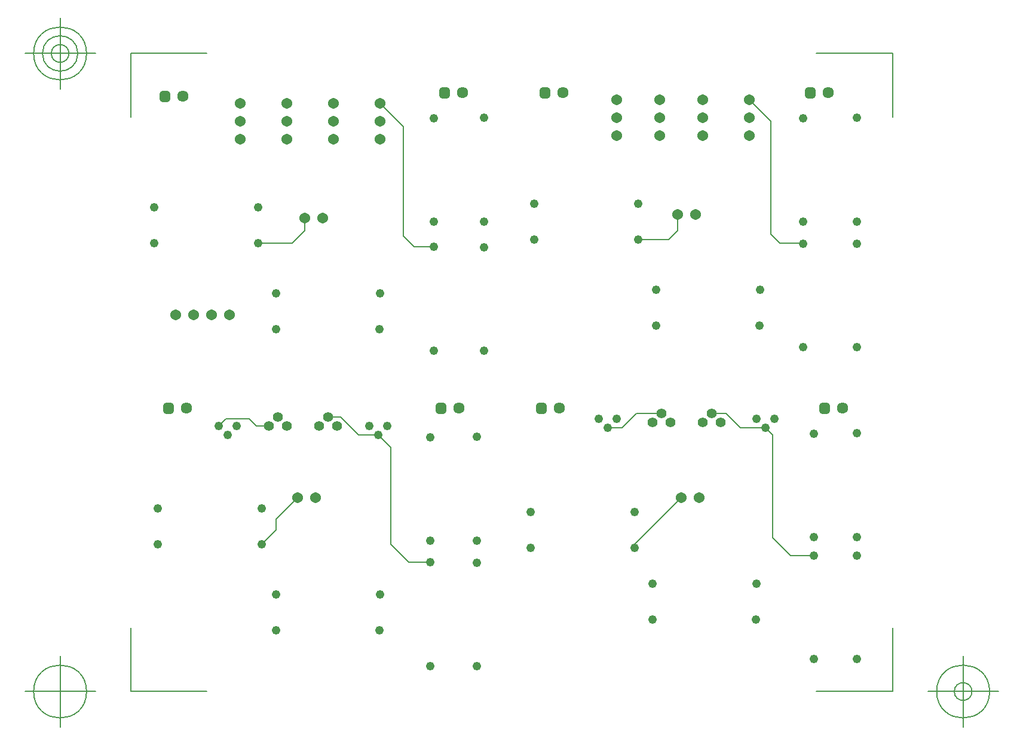
<source format=gbr>
G04 Generated by Ultiboard 14.2 *
%FSLAX33Y33*%
%MOMM*%

%ADD10C,0.001*%
%ADD11C,0.203*%
%ADD12C,0.127*%
%ADD13C,1.609*%
%ADD14R,0.529X0.529*%
%ADD15C,0.995*%
%ADD16C,1.537*%
%ADD17C,1.245*%
%ADD18C,1.397*%


G04 ColorRGB F1F1F1 for the following layer *
%LNCopper Inner 3*%
%LPD*%
G54D10*
G54D11*
X4318Y66802D02*
X6096Y66802D01*
X8636Y64262D01*
X11430Y64262D01*
X-5080Y48768D02*
X-3048Y50800D01*
X-3048Y52324D01*
X0Y55372D01*
X50292Y51308D02*
X54356Y55372D01*
X47752Y48768D02*
X50292Y51308D01*
X47752Y48768D02*
X47752Y48260D01*
X58674Y67310D02*
X60706Y67310D01*
X62738Y65278D01*
X66294Y65278D01*
X67310Y64262D01*
X67310Y49752D02*
X69850Y47212D01*
X67310Y64262D02*
X67310Y49752D01*
X69850Y47212D02*
X73152Y47212D01*
X11430Y64262D02*
X13208Y62484D01*
X13208Y48768D01*
X15748Y46228D01*
X18796Y46228D01*
X-11176Y65532D02*
X-10160Y66548D01*
X-6858Y66548D01*
X-5842Y65532D01*
X-4064Y65532D01*
X43942Y65278D02*
X45974Y65278D01*
X48006Y67310D01*
X51562Y67310D01*
X-5588Y91440D02*
X-762Y91440D01*
X1016Y93218D01*
X1016Y94996D01*
X11684Y111252D02*
X14986Y107950D01*
X14986Y92456D01*
X16510Y90932D01*
X19304Y90932D01*
X48260Y91948D02*
X52578Y91948D01*
X53848Y93218D01*
X53848Y95504D01*
X64008Y111760D02*
X67056Y108712D01*
X67056Y92710D01*
X68326Y91440D01*
X71596Y91440D01*
G54D12*
X-23622Y27940D02*
X-23622Y36982D01*
X-23622Y27940D02*
X-12827Y27940D01*
X84328Y27940D02*
X73533Y27940D01*
X84328Y27940D02*
X84328Y36982D01*
X84328Y118364D02*
X84328Y109322D01*
X84328Y118364D02*
X73533Y118364D01*
X-23622Y118364D02*
X-12827Y118364D01*
X-23622Y118364D02*
X-23622Y109322D01*
X-28622Y27940D02*
X-38622Y27940D01*
X-33622Y22940D02*
X-33622Y32940D01*
X-37372Y27940D02*
G75*
D01*
G02X-37372Y27940I3750J0*
G01*
X89328Y27940D02*
X99328Y27940D01*
X94328Y22940D02*
X94328Y32940D01*
X90578Y27940D02*
G75*
D01*
G02X90578Y27940I3750J0*
G01*
X93078Y27940D02*
G75*
D01*
G02X93078Y27940I1250J0*
G01*
X-28622Y118364D02*
X-38622Y118364D01*
X-33622Y113364D02*
X-33622Y123364D01*
X-37372Y118364D02*
G75*
D01*
G02X-37372Y118364I3750J0*
G01*
X-36122Y118364D02*
G75*
D01*
G02X-36122Y118364I2500J0*
G01*
X-34872Y118364D02*
G75*
D01*
G02X-34872Y118364I1250J0*
G01*
G54D13*
X-16256Y112268D03*
X23368Y112776D03*
X37592Y112776D03*
X75184Y112776D03*
X-15748Y68072D03*
X22860Y68072D03*
X37084Y68072D03*
X77216Y68072D03*
G54D14*
X-18796Y112268D03*
X20828Y112776D03*
X35052Y112776D03*
X72644Y112776D03*
X-18288Y68072D03*
X20320Y68072D03*
X34544Y68072D03*
X74676Y68072D03*
G54D15*
X-19060Y112004D02*
X-18532Y112004D01*
X-18532Y112532D01*
X-19060Y112532D01*
X-19060Y112004D01*D02*
X20564Y112512D02*
X21092Y112512D01*
X21092Y113040D01*
X20564Y113040D01*
X20564Y112512D01*D02*
X34788Y112512D02*
X35316Y112512D01*
X35316Y113040D01*
X34788Y113040D01*
X34788Y112512D01*D02*
X72380Y112512D02*
X72908Y112512D01*
X72908Y113040D01*
X72380Y113040D01*
X72380Y112512D01*D02*
X-18552Y67808D02*
X-18024Y67808D01*
X-18024Y68336D01*
X-18552Y68336D01*
X-18552Y67808D01*D02*
X20056Y67808D02*
X20584Y67808D01*
X20584Y68336D01*
X20056Y68336D01*
X20056Y67808D01*D02*
X34280Y67808D02*
X34808Y67808D01*
X34808Y68336D01*
X34280Y68336D01*
X34280Y67808D01*D02*
X74412Y67808D02*
X74940Y67808D01*
X74940Y68336D01*
X74412Y68336D01*
X74412Y67808D01*D02*
G54D16*
X-12192Y81280D03*
X-14732Y81280D03*
X-17272Y81280D03*
X-9652Y81280D03*
X1016Y94996D03*
X3556Y94996D03*
X53848Y95504D03*
X56388Y95504D03*
X64008Y106680D03*
X64008Y109220D03*
X64008Y111760D03*
X2540Y55372D03*
X0Y55372D03*
X56896Y55372D03*
X54356Y55372D03*
X57404Y109220D03*
X57404Y106680D03*
X57404Y111760D03*
X51308Y109220D03*
X51308Y106680D03*
X51308Y111760D03*
X45212Y106680D03*
X45212Y109220D03*
X45212Y111760D03*
X5080Y108712D03*
X5080Y106172D03*
X5080Y111252D03*
X11684Y106172D03*
X11684Y108712D03*
X11684Y111252D03*
X-1524Y108712D03*
X-1524Y106172D03*
X-1524Y111252D03*
X-8128Y106172D03*
X-8128Y108712D03*
X-8128Y111252D03*
G54D17*
X11652Y79248D03*
X-3048Y79248D03*
X-3016Y84328D03*
X11684Y84328D03*
X-20288Y91440D03*
X-5588Y91440D03*
X-20288Y96520D03*
X-5588Y96520D03*
X19304Y76232D03*
X19304Y90932D03*
X26416Y90900D03*
X26416Y76200D03*
X19304Y109188D03*
X19304Y94488D03*
X26416Y94520D03*
X26416Y109220D03*
X33560Y91948D03*
X48260Y91948D03*
X33560Y97028D03*
X48260Y97028D03*
X65500Y79756D03*
X50800Y79756D03*
X50832Y84836D03*
X65532Y84836D03*
X71628Y76708D03*
X71628Y91408D03*
X79248Y91408D03*
X79248Y76708D03*
X71628Y109188D03*
X71628Y94488D03*
X79248Y94520D03*
X79248Y109220D03*
X11652Y36576D03*
X-3048Y36576D03*
X18796Y31528D03*
X18796Y46228D03*
X25400Y46196D03*
X25400Y31496D03*
X-3016Y41656D03*
X11684Y41656D03*
X-19780Y48768D03*
X-5080Y48768D03*
X18796Y63976D03*
X18796Y49276D03*
X25400Y49308D03*
X25400Y64008D03*
X-19780Y53848D03*
X-5080Y53848D03*
X73152Y32512D03*
X73152Y47212D03*
X79248Y47212D03*
X79248Y32512D03*
X64992Y38100D03*
X50292Y38100D03*
X50324Y43180D03*
X65024Y43180D03*
X33052Y48260D03*
X47752Y48260D03*
X73152Y64484D03*
X73152Y49784D03*
X79248Y49816D03*
X79248Y64516D03*
X33052Y53340D03*
X47752Y53340D03*
X66294Y65278D03*
X67564Y66548D03*
X65024Y66548D03*
X-9906Y64262D03*
X-8636Y65532D03*
X-11176Y65532D03*
X11430Y64262D03*
X12700Y65532D03*
X10160Y65532D03*
X43942Y65278D03*
X45212Y66548D03*
X42672Y66548D03*
G54D18*
X-4064Y65532D03*
X-2794Y66802D03*
X-1524Y65532D03*
X3048Y65532D03*
X4318Y66802D03*
X5588Y65532D03*
X50292Y66040D03*
X51562Y67310D03*
X52832Y66040D03*
X57404Y66040D03*
X58674Y67310D03*
X59944Y66040D03*

M02*

</source>
